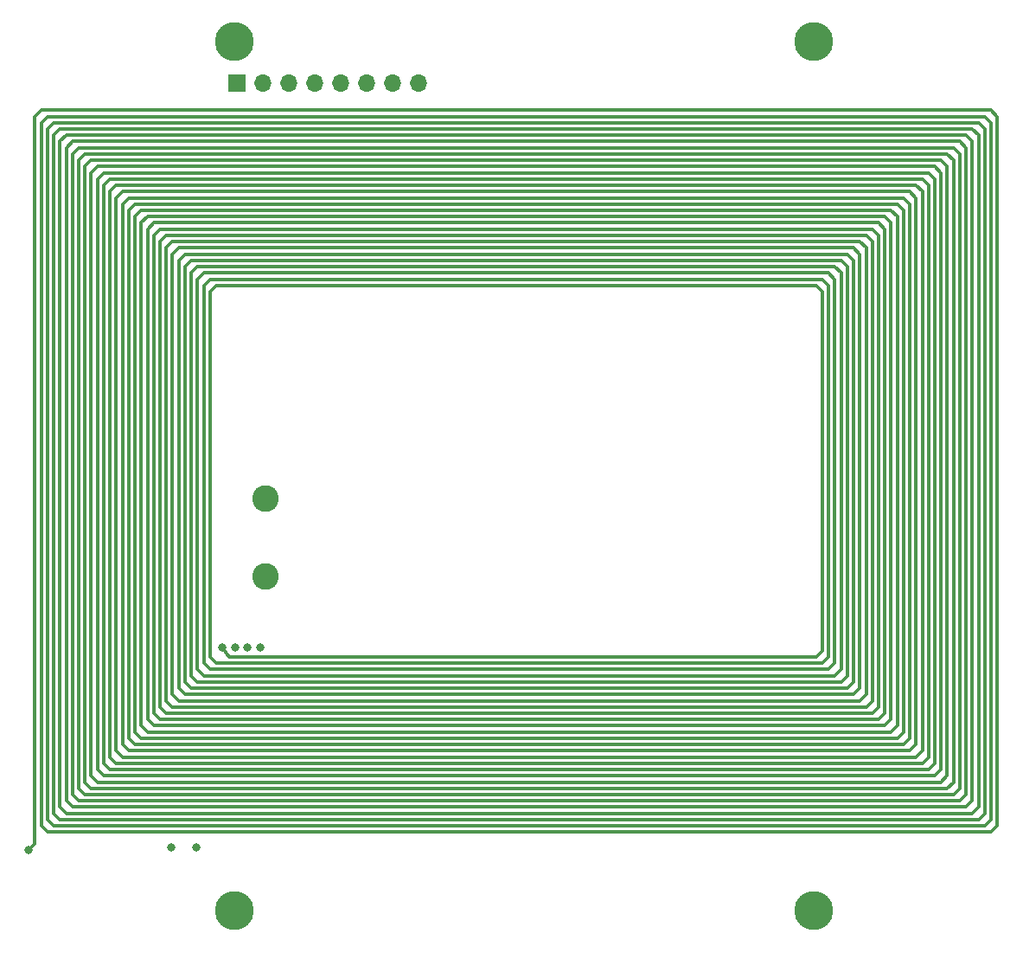
<source format=gtl>
%TF.GenerationSoftware,KiCad,Pcbnew,(6.0.5)*%
%TF.CreationDate,2023-01-23T16:42:54-08:00*%
%TF.ProjectId,Coil_Panels_Z,436f696c-5f50-4616-9e65-6c735f5a2e6b,rev?*%
%TF.SameCoordinates,Original*%
%TF.FileFunction,Copper,L1,Top*%
%TF.FilePolarity,Positive*%
%FSLAX46Y46*%
G04 Gerber Fmt 4.6, Leading zero omitted, Abs format (unit mm)*
G04 Created by KiCad (PCBNEW (6.0.5)) date 2023-01-23 16:42:54*
%MOMM*%
%LPD*%
G01*
G04 APERTURE LIST*
%TA.AperFunction,ComponentPad*%
%ADD10R,1.700000X1.700000*%
%TD*%
%TA.AperFunction,ComponentPad*%
%ADD11O,1.700000X1.700000*%
%TD*%
%TA.AperFunction,ComponentPad*%
%ADD12C,2.600000*%
%TD*%
%TA.AperFunction,ConnectorPad*%
%ADD13C,3.800000*%
%TD*%
%TA.AperFunction,ViaPad*%
%ADD14C,0.800000*%
%TD*%
%TA.AperFunction,Conductor*%
%ADD15C,0.306000*%
%TD*%
G04 APERTURE END LIST*
D10*
X106254000Y-54585600D03*
D11*
X108794000Y-54585600D03*
X111334000Y-54585600D03*
X113874000Y-54585600D03*
X116414000Y-54585600D03*
X118954000Y-54585600D03*
X121494000Y-54585600D03*
X124034000Y-54585600D03*
D12*
X108976000Y-95217600D03*
X108976000Y-102837600D03*
D13*
X105988000Y-50513200D03*
D12*
X105988000Y-50513200D03*
X105988000Y-135513200D03*
D13*
X105988000Y-135513200D03*
D12*
X162662000Y-50513200D03*
D13*
X162662000Y-50513200D03*
D12*
X162662000Y-135513200D03*
D13*
X162662000Y-135513200D03*
D14*
X85810000Y-129570000D03*
X108480000Y-109755999D03*
X107256000Y-109755999D03*
X106032000Y-109755999D03*
X104808000Y-109755999D03*
X102262001Y-129340000D03*
X99814000Y-129340000D03*
D15*
X86448001Y-128931999D02*
X85810000Y-129570000D01*
X87060001Y-57198000D02*
X86448001Y-57810000D01*
X180060000Y-57198000D02*
X87060001Y-57198000D01*
X180672000Y-127198000D02*
X180672000Y-57810000D01*
X86448001Y-57810000D02*
X86448001Y-128931999D01*
X180672000Y-57810000D02*
X180060000Y-57198000D01*
X180060000Y-127810000D02*
X180672000Y-127198000D01*
X87060000Y-127198000D02*
X87672000Y-127810000D01*
X87672000Y-127810000D02*
X180060000Y-127810000D01*
X105420000Y-110673999D02*
X104808000Y-109755999D01*
X162924001Y-110673999D02*
X105420000Y-110673999D01*
X163536001Y-110061999D02*
X162924001Y-110673999D01*
X163536001Y-74946000D02*
X163536001Y-110061999D01*
X162924001Y-74334000D02*
X163536001Y-74946000D01*
X104196001Y-74334000D02*
X162924001Y-74334000D01*
X103584001Y-74946000D02*
X104196001Y-74334000D01*
X103584001Y-74946000D02*
X103584001Y-110674000D01*
X104196000Y-111286000D02*
X103584000Y-110674000D01*
X163536000Y-111286000D02*
X104196000Y-111286000D01*
X164148000Y-110674000D02*
X163536000Y-111286000D01*
X164148000Y-74334000D02*
X164148000Y-110674000D01*
X163536000Y-73722000D02*
X164148000Y-74334000D01*
X103584001Y-73722000D02*
X163536000Y-73722000D01*
X102972001Y-74334000D02*
X103584001Y-73722000D01*
X102972001Y-74334000D02*
X102972001Y-111286000D01*
X103584001Y-111898000D02*
X102972001Y-111286000D01*
X164148001Y-111898000D02*
X103584001Y-111898000D01*
X164760001Y-111286000D02*
X164148001Y-111898000D01*
X164760001Y-73722000D02*
X164760001Y-111286000D01*
X164148001Y-73110000D02*
X164760001Y-73722000D01*
X102972001Y-73110000D02*
X164148001Y-73110000D01*
X102360001Y-73722000D02*
X102972001Y-73110000D01*
X102360001Y-73722000D02*
X102360001Y-111898000D01*
X102972001Y-112509999D02*
X102360000Y-111897999D01*
X164760001Y-112509999D02*
X102972001Y-112509999D01*
X165372001Y-111897999D02*
X164760001Y-112509999D01*
X165372001Y-73109999D02*
X165372001Y-111897999D01*
X164760001Y-72498000D02*
X165372001Y-73109999D01*
X102360001Y-72498000D02*
X164760001Y-72498000D01*
X101748001Y-73109999D02*
X102360001Y-72498000D01*
X101748001Y-73109999D02*
X101748001Y-112510000D01*
X102360001Y-113121999D02*
X101748001Y-112509999D01*
X165372001Y-113121999D02*
X102360001Y-113121999D01*
X165984001Y-112509999D02*
X165372001Y-113121999D01*
X165984001Y-72498000D02*
X165984001Y-112509999D01*
X165372001Y-71886000D02*
X165984001Y-72498000D01*
X101748001Y-71886000D02*
X165372001Y-71886000D01*
X101136001Y-72498000D02*
X101748001Y-71886000D01*
X101136001Y-72498000D02*
X101136001Y-113121999D01*
X101748001Y-113733999D02*
X101136000Y-113121999D01*
X165984001Y-113733999D02*
X101748001Y-113733999D01*
X166596001Y-113121999D02*
X165984001Y-113733999D01*
X166596001Y-71886000D02*
X166596001Y-113121999D01*
X165984001Y-71274000D02*
X166596001Y-71886000D01*
X101136001Y-71274000D02*
X165984001Y-71274000D01*
X100524001Y-71886000D02*
X101136001Y-71274000D01*
X100524001Y-71886000D02*
X100524001Y-113734000D01*
X101136000Y-114345999D02*
X100524000Y-113733999D01*
X166596000Y-114345999D02*
X101136000Y-114345999D01*
X167208000Y-113733999D02*
X166596000Y-114345999D01*
X167208000Y-71274000D02*
X167208000Y-113733999D01*
X166596000Y-70662000D02*
X167208000Y-71274000D01*
X100524001Y-70662000D02*
X166596000Y-70662000D01*
X99912001Y-71274000D02*
X100524001Y-70662000D01*
X99912001Y-71274000D02*
X99912001Y-114346000D01*
X100524001Y-114957999D02*
X99912001Y-114345999D01*
X167208000Y-114957999D02*
X100524001Y-114957999D01*
X167820001Y-114345999D02*
X167208000Y-114957999D01*
X167820001Y-70662000D02*
X167820001Y-114345999D01*
X167208000Y-70050000D02*
X167820001Y-70662000D01*
X99912001Y-70050000D02*
X167208000Y-70050000D01*
X99300001Y-70662000D02*
X99912001Y-70050000D01*
X99300001Y-70662000D02*
X99300001Y-114958000D01*
X99912001Y-115569999D02*
X99300000Y-114957999D01*
X167820000Y-115569999D02*
X99912001Y-115569999D01*
X168432000Y-114957999D02*
X167820000Y-115569999D01*
X168432000Y-70049999D02*
X168432000Y-114957999D01*
X167820000Y-69438000D02*
X168432000Y-70049999D01*
X99300001Y-69438000D02*
X167820000Y-69438000D01*
X98688001Y-70049999D02*
X99300001Y-69438000D01*
X98688001Y-70049999D02*
X98688001Y-115570000D01*
X99300001Y-116181999D02*
X98688001Y-115569999D01*
X168432001Y-116181999D02*
X99300001Y-116181999D01*
X169044001Y-115569999D02*
X168432001Y-116181999D01*
X169044001Y-69438000D02*
X169044001Y-115569999D01*
X168432001Y-68826000D02*
X169044001Y-69438000D01*
X98688001Y-68826000D02*
X168432001Y-68826000D01*
X98076001Y-69438000D02*
X98688001Y-68826000D01*
X98076001Y-69438000D02*
X98076001Y-116182000D01*
X98688001Y-116793999D02*
X98076000Y-116182000D01*
X169044001Y-116793999D02*
X98688001Y-116793999D01*
X169656001Y-116182000D02*
X169044001Y-116793999D01*
X169656001Y-68826000D02*
X169656001Y-116182000D01*
X169044001Y-68214000D02*
X169656001Y-68826000D01*
X98076001Y-68214000D02*
X169044001Y-68214000D01*
X97464001Y-68826000D02*
X98076001Y-68214000D01*
X97464001Y-68826000D02*
X97464001Y-116794000D01*
X98076000Y-117405999D02*
X97464000Y-116793999D01*
X169656000Y-117405999D02*
X98076000Y-117405999D01*
X170268000Y-116793999D02*
X169656000Y-117405999D01*
X170268000Y-68214000D02*
X170268000Y-116793999D01*
X169656000Y-67602000D02*
X170268000Y-68214000D01*
X97464001Y-67602000D02*
X169656000Y-67602000D01*
X96852001Y-68214000D02*
X97464001Y-67602000D01*
X96852001Y-68214000D02*
X96852001Y-117406000D01*
X97464001Y-118017999D02*
X96852001Y-117405999D01*
X170268000Y-118017999D02*
X97464001Y-118017999D01*
X170880001Y-117405999D02*
X170268000Y-118017999D01*
X170880001Y-67602000D02*
X170880001Y-117405999D01*
X170268000Y-66990000D02*
X170880001Y-67602000D01*
X96852001Y-66990000D02*
X170268000Y-66990000D01*
X96240001Y-67602000D02*
X96852001Y-66990000D01*
X96240001Y-67602000D02*
X96240001Y-118018000D01*
X96852001Y-118630000D02*
X96240000Y-118018000D01*
X170880001Y-118630000D02*
X96852001Y-118630000D01*
X171492001Y-118018000D02*
X170880001Y-118630000D01*
X171492001Y-66990000D02*
X171492001Y-118018000D01*
X170880001Y-66378000D02*
X171492001Y-66990000D01*
X96240001Y-66378000D02*
X170880001Y-66378000D01*
X95628001Y-66990000D02*
X96240001Y-66378000D01*
X95628001Y-66990000D02*
X95628001Y-118630000D01*
X96240001Y-119241999D02*
X95628001Y-118629999D01*
X171492000Y-119241999D02*
X96240001Y-119241999D01*
X172104001Y-118629999D02*
X171492000Y-119241999D01*
X172104001Y-66377999D02*
X172104001Y-118629999D01*
X171492000Y-65766000D02*
X172104001Y-66377999D01*
X95628001Y-65766000D02*
X171492000Y-65766000D01*
X95016001Y-66377999D02*
X95628001Y-65766000D01*
X95016001Y-66377999D02*
X95016001Y-119242000D01*
X95628001Y-119853999D02*
X95016000Y-119242000D01*
X172104001Y-119853999D02*
X95628001Y-119853999D01*
X172716001Y-119242000D02*
X172104001Y-119853999D01*
X172716001Y-65766000D02*
X172716001Y-119242000D01*
X172104001Y-65154000D02*
X172716001Y-65766000D01*
X95016001Y-65154000D02*
X172104001Y-65154000D01*
X94404001Y-65766000D02*
X95016001Y-65154000D01*
X94404001Y-65766000D02*
X94404001Y-119854000D01*
X95016001Y-120465999D02*
X94404001Y-119853999D01*
X172716001Y-120465999D02*
X95016001Y-120465999D01*
X173328001Y-119853999D02*
X172716001Y-120465999D01*
X173328001Y-65154000D02*
X173328001Y-119853999D01*
X172716001Y-64542000D02*
X173328001Y-65154000D01*
X94404001Y-64542000D02*
X172716001Y-64542000D01*
X93792001Y-65154000D02*
X94404001Y-64542000D01*
X93792001Y-65154000D02*
X93792001Y-120466000D01*
X94404001Y-121077999D02*
X93792001Y-120465999D01*
X173328001Y-121077999D02*
X94404001Y-121077999D01*
X173940001Y-120465999D02*
X173328001Y-121077999D01*
X173940001Y-64542000D02*
X173940001Y-120465999D01*
X173328001Y-63930000D02*
X173940001Y-64542000D01*
X93792001Y-63930000D02*
X173328001Y-63930000D01*
X93180001Y-64542000D02*
X93792001Y-63930000D01*
X93180001Y-64542000D02*
X93180001Y-121078000D01*
X93792001Y-121690000D02*
X93180000Y-121078000D01*
X173940000Y-121690000D02*
X93792001Y-121690000D01*
X174552000Y-121078000D02*
X173940000Y-121690000D01*
X174552000Y-63930000D02*
X174552000Y-121078000D01*
X173940000Y-63318000D02*
X174552000Y-63930000D01*
X93180001Y-63318000D02*
X173940000Y-63318000D01*
X92568001Y-63930000D02*
X93180001Y-63318000D01*
X92568001Y-63930000D02*
X92568001Y-121690000D01*
X93180001Y-122301999D02*
X92568001Y-121689999D01*
X174552001Y-122301999D02*
X93180001Y-122301999D01*
X175164001Y-121689999D02*
X174552001Y-122301999D01*
X175164001Y-63317999D02*
X175164001Y-121689999D01*
X174552001Y-62706000D02*
X175164001Y-63317999D01*
X92568001Y-62706000D02*
X174552001Y-62706000D01*
X91956001Y-63317999D02*
X92568001Y-62706000D01*
X91956001Y-63317999D02*
X91956001Y-122302000D01*
X92568001Y-122913999D02*
X91956000Y-122302000D01*
X175164001Y-122913999D02*
X92568001Y-122913999D01*
X175776001Y-122302000D02*
X175164001Y-122913999D01*
X175776001Y-62706000D02*
X175776001Y-122302000D01*
X175164001Y-62094000D02*
X175776001Y-62706000D01*
X91956001Y-62094000D02*
X175164001Y-62094000D01*
X91344001Y-62706000D02*
X91956001Y-62094000D01*
X91344001Y-62706000D02*
X91344001Y-122914000D01*
X91956001Y-123525999D02*
X91344001Y-122913999D01*
X175776001Y-123525999D02*
X91956001Y-123525999D01*
X176388001Y-122913999D02*
X175776001Y-123525999D01*
X176388001Y-62094000D02*
X176388001Y-122913999D01*
X175776001Y-61482000D02*
X176388001Y-62094000D01*
X91344001Y-61482000D02*
X175776001Y-61482000D01*
X90732001Y-62094000D02*
X91344001Y-61482000D01*
X90732001Y-62094000D02*
X90732001Y-123526000D01*
X91344001Y-124137999D02*
X90732000Y-123525999D01*
X176388001Y-124137999D02*
X91344001Y-124137999D01*
X177000001Y-123525999D02*
X176388001Y-124137999D01*
X177000001Y-61482000D02*
X177000001Y-123525999D01*
X176388001Y-60870000D02*
X177000001Y-61482000D01*
X90732001Y-60870000D02*
X176388001Y-60870000D01*
X90120001Y-61482000D02*
X90732001Y-60870000D01*
X90120001Y-61482000D02*
X90120001Y-124138000D01*
X90732000Y-124750000D02*
X90120000Y-124138000D01*
X177000000Y-124750000D02*
X90732000Y-124750000D01*
X177612000Y-124138000D02*
X177000000Y-124750000D01*
X177612000Y-60870000D02*
X177612000Y-124138000D01*
X177000000Y-60258000D02*
X177612000Y-60870000D01*
X90120001Y-60258000D02*
X177000000Y-60258000D01*
X89508001Y-60870000D02*
X90120001Y-60258000D01*
X89508001Y-60870000D02*
X89508001Y-124750000D01*
X90120001Y-125362000D02*
X89508001Y-124750000D01*
X177612000Y-125362000D02*
X90120001Y-125362000D01*
X178224001Y-124750000D02*
X177612000Y-125362000D01*
X178224001Y-60258000D02*
X178224001Y-124750000D01*
X177612000Y-59646000D02*
X178224001Y-60258000D01*
X89508001Y-59646000D02*
X177612000Y-59646000D01*
X88896001Y-60258000D02*
X89508001Y-59646000D01*
X88896001Y-60258000D02*
X88896001Y-125362000D01*
X89508001Y-125974000D02*
X88896000Y-125362000D01*
X178224001Y-125974000D02*
X89508001Y-125974000D01*
X178836001Y-125362000D02*
X178224001Y-125974000D01*
X178836001Y-59645999D02*
X178836001Y-125362000D01*
X178224001Y-59034000D02*
X178836001Y-59645999D01*
X88896001Y-59034000D02*
X178224001Y-59034000D01*
X88284001Y-59645999D02*
X88896001Y-59034000D01*
X88284001Y-59645999D02*
X88284001Y-125974000D01*
X88896001Y-126585999D02*
X88284001Y-125973999D01*
X178836001Y-126585999D02*
X88896001Y-126585999D01*
X179448001Y-125973999D02*
X178836001Y-126585999D01*
X179448001Y-59034000D02*
X179448001Y-125973999D01*
X178836001Y-58422000D02*
X179448001Y-59034000D01*
X88284001Y-58422000D02*
X178836001Y-58422000D01*
X87672001Y-59034000D02*
X88284001Y-58422000D01*
X87672001Y-59034000D02*
X87672001Y-126585999D01*
X88284001Y-127197999D02*
X87672000Y-126585999D01*
X179448001Y-127197999D02*
X88284001Y-127197999D01*
X180060001Y-126585999D02*
X179448001Y-127197999D01*
X180060001Y-58422000D02*
X180060001Y-126585999D01*
X179448001Y-57810000D02*
X180060001Y-58422000D01*
X87672001Y-57810000D02*
X179448001Y-57810000D01*
X87060001Y-58422000D02*
X87672001Y-57810000D01*
X87060001Y-58422000D02*
X87060001Y-127198000D01*
M02*

</source>
